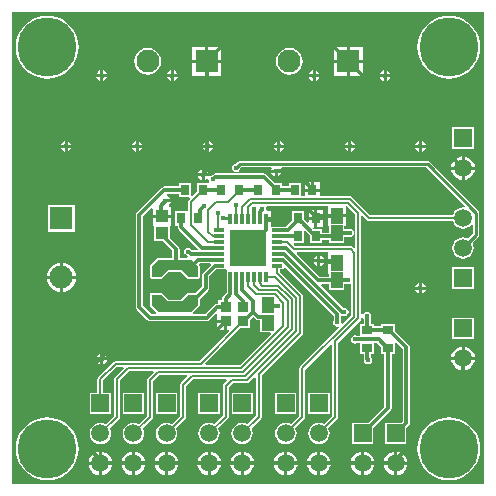
<source format=gtl>
G04*
G04 #@! TF.GenerationSoftware,Altium Limited,Altium Designer,21.7.2 (23)*
G04*
G04 Layer_Physical_Order=1*
G04 Layer_Color=255*
%FSLAX25Y25*%
%MOIN*%
G70*
G04*
G04 #@! TF.SameCoordinates,4C6A6D40-5D94-4475-8A21-F7F3A9D7BEC8*
G04*
G04*
G04 #@! TF.FilePolarity,Positive*
G04*
G01*
G75*
%ADD11C,0.01000*%
%ADD13C,0.00787*%
%ADD18R,0.03379X0.03174*%
%ADD19R,0.03985X0.05241*%
%ADD20R,0.03961X0.04351*%
%ADD21R,0.03568X0.03563*%
%ADD23C,0.04039*%
%ADD32R,0.01181X0.03268*%
%ADD33R,0.03268X0.01181*%
%ADD34R,0.12402X0.12402*%
%ADD35R,0.02756X0.03543*%
%ADD36R,0.03543X0.02756*%
%ADD37C,0.01181*%
%ADD38C,0.05906*%
%ADD39R,0.05906X0.05906*%
%ADD40C,0.07677*%
%ADD41R,0.07677X0.07677*%
%ADD42R,0.07677X0.07677*%
%ADD43C,0.19685*%
%ADD44C,0.01575*%
%ADD45C,0.02756*%
G36*
X157480Y0D02*
X0D01*
Y157480D01*
X157480D01*
Y0D01*
D02*
G37*
%LPC*%
G36*
X117044Y145783D02*
X112706D01*
Y141445D01*
X117044D01*
Y145783D01*
D02*
G37*
G36*
X111706D02*
X107367D01*
Y141445D01*
X111706D01*
Y145783D01*
D02*
G37*
G36*
X69799Y145783D02*
X65461D01*
Y141445D01*
X69799D01*
Y145783D01*
D02*
G37*
G36*
X64461D02*
X60122D01*
Y141445D01*
X64461D01*
Y145783D01*
D02*
G37*
G36*
X124909Y137943D02*
Y136721D01*
X126132D01*
X126093Y136918D01*
X125698Y137509D01*
X125107Y137904D01*
X124909Y137943D01*
D02*
G37*
G36*
X123909D02*
X123712Y137904D01*
X123121Y137509D01*
X122726Y136918D01*
X122687Y136721D01*
X123909D01*
Y137943D01*
D02*
G37*
G36*
X101287D02*
Y136721D01*
X102510D01*
X102471Y136918D01*
X102076Y137509D01*
X101485Y137904D01*
X101287Y137943D01*
D02*
G37*
G36*
X100287D02*
X100090Y137904D01*
X99499Y137509D01*
X99104Y136918D01*
X99064Y136721D01*
X100287D01*
Y137943D01*
D02*
G37*
G36*
X54043D02*
Y136721D01*
X55266D01*
X55227Y136918D01*
X54832Y137509D01*
X54241Y137904D01*
X54043Y137943D01*
D02*
G37*
G36*
X53043D02*
X52846Y137904D01*
X52255Y137509D01*
X51860Y136918D01*
X51820Y136721D01*
X53043D01*
Y137943D01*
D02*
G37*
G36*
X30421D02*
Y136721D01*
X31644D01*
X31605Y136918D01*
X31210Y137509D01*
X30619Y137904D01*
X30421Y137943D01*
D02*
G37*
G36*
X29421D02*
X29224Y137904D01*
X28633Y137509D01*
X28238Y136918D01*
X28198Y136721D01*
X29421D01*
Y137943D01*
D02*
G37*
G36*
X92521Y145412D02*
X91364Y145260D01*
X90287Y144814D01*
X89362Y144104D01*
X88652Y143179D01*
X88205Y142101D01*
X88053Y140945D01*
X88205Y139789D01*
X88652Y138711D01*
X89362Y137786D01*
X90287Y137076D01*
X91364Y136630D01*
X92521Y136478D01*
X93677Y136630D01*
X94754Y137076D01*
X95679Y137786D01*
X96390Y138711D01*
X96836Y139789D01*
X96988Y140945D01*
X96836Y142101D01*
X96390Y143179D01*
X95679Y144104D01*
X94754Y144814D01*
X93677Y145260D01*
X92521Y145412D01*
D02*
G37*
G36*
X45276Y145412D02*
X44119Y145260D01*
X43042Y144814D01*
X42117Y144104D01*
X41407Y143179D01*
X40960Y142101D01*
X40808Y140945D01*
X40960Y139789D01*
X41407Y138711D01*
X42117Y137786D01*
X43042Y137076D01*
X44119Y136630D01*
X45276Y136477D01*
X46432Y136630D01*
X47509Y137076D01*
X48434Y137786D01*
X49145Y138711D01*
X49591Y139789D01*
X49743Y140945D01*
X49591Y142101D01*
X49145Y143179D01*
X48434Y144104D01*
X47509Y144814D01*
X46432Y145260D01*
X45276Y145412D01*
D02*
G37*
G36*
X117044Y140445D02*
X112706D01*
Y136106D01*
X117044D01*
Y140445D01*
D02*
G37*
G36*
X111706D02*
X107367D01*
Y136106D01*
X111706D01*
Y140445D01*
D02*
G37*
G36*
X69799Y140445D02*
X65461D01*
Y136106D01*
X69799D01*
Y140445D01*
D02*
G37*
G36*
X64461D02*
X60122D01*
Y136106D01*
X64461D01*
Y140445D01*
D02*
G37*
G36*
X145669Y156135D02*
X144032Y156006D01*
X142435Y155622D01*
X140918Y154994D01*
X139518Y154136D01*
X138269Y153069D01*
X137203Y151821D01*
X136345Y150420D01*
X135716Y148903D01*
X135333Y147306D01*
X135204Y145669D01*
X135333Y144032D01*
X135716Y142435D01*
X136345Y140918D01*
X137203Y139518D01*
X138269Y138269D01*
X139518Y137203D01*
X140918Y136345D01*
X142435Y135716D01*
X144032Y135333D01*
X145669Y135204D01*
X147306Y135333D01*
X148903Y135716D01*
X150420Y136345D01*
X151821Y137203D01*
X153069Y138269D01*
X154136Y139518D01*
X154994Y140918D01*
X155622Y142435D01*
X156006Y144032D01*
X156135Y145669D01*
X156006Y147306D01*
X155622Y148903D01*
X154994Y150420D01*
X154136Y151821D01*
X153069Y153069D01*
X151821Y154136D01*
X150420Y154994D01*
X148903Y155622D01*
X147306Y156006D01*
X145669Y156135D01*
D02*
G37*
G36*
X11811D02*
X10174Y156006D01*
X8577Y155622D01*
X7060Y154994D01*
X5660Y154136D01*
X4411Y153069D01*
X3344Y151821D01*
X2486Y150420D01*
X1858Y148903D01*
X1474Y147306D01*
X1346Y145669D01*
X1474Y144032D01*
X1858Y142435D01*
X2486Y140918D01*
X3344Y139518D01*
X4411Y138269D01*
X5660Y137203D01*
X7060Y136345D01*
X8577Y135716D01*
X10174Y135333D01*
X11811Y135204D01*
X13448Y135333D01*
X15045Y135716D01*
X16562Y136345D01*
X17962Y137203D01*
X19211Y138269D01*
X20278Y139518D01*
X21136Y140918D01*
X21764Y142435D01*
X22148Y144032D01*
X22276Y145669D01*
X22148Y147306D01*
X21764Y148903D01*
X21136Y150420D01*
X20278Y151821D01*
X19211Y153069D01*
X17962Y154136D01*
X16562Y154994D01*
X15045Y155622D01*
X13448Y156006D01*
X11811Y156135D01*
D02*
G37*
G36*
X126132Y135721D02*
X124909D01*
Y134497D01*
X125107Y134537D01*
X125698Y134932D01*
X126093Y135523D01*
X126132Y135721D01*
D02*
G37*
G36*
X123909D02*
X122687D01*
X122726Y135523D01*
X123121Y134932D01*
X123712Y134537D01*
X123909Y134497D01*
Y135721D01*
D02*
G37*
G36*
X102510D02*
X101287D01*
Y134497D01*
X101485Y134537D01*
X102076Y134932D01*
X102471Y135523D01*
X102510Y135721D01*
D02*
G37*
G36*
X100287D02*
X99064D01*
X99104Y135523D01*
X99499Y134932D01*
X100090Y134537D01*
X100287Y134497D01*
Y135721D01*
D02*
G37*
G36*
X55266D02*
X54043D01*
Y134497D01*
X54241Y134537D01*
X54832Y134932D01*
X55227Y135523D01*
X55266Y135721D01*
D02*
G37*
G36*
X53043D02*
X51820D01*
X51860Y135523D01*
X52255Y134932D01*
X52846Y134537D01*
X53043Y134497D01*
Y135721D01*
D02*
G37*
G36*
X31644D02*
X30421D01*
Y134497D01*
X30619Y134537D01*
X31210Y134932D01*
X31605Y135523D01*
X31644Y135721D01*
D02*
G37*
G36*
X29421D02*
X28198D01*
X28238Y135523D01*
X28633Y134932D01*
X29224Y134537D01*
X29421Y134497D01*
Y135721D01*
D02*
G37*
G36*
X136721Y114321D02*
Y113099D01*
X137943D01*
X137904Y113296D01*
X137509Y113887D01*
X136918Y114282D01*
X136721Y114321D01*
D02*
G37*
G36*
X135721D02*
X135523Y114282D01*
X134932Y113887D01*
X134537Y113296D01*
X134497Y113099D01*
X135721D01*
Y114321D01*
D02*
G37*
G36*
X113099D02*
Y113099D01*
X114321D01*
X114282Y113296D01*
X113887Y113887D01*
X113296Y114282D01*
X113099Y114321D01*
D02*
G37*
G36*
X112099D02*
X111901Y114282D01*
X111310Y113887D01*
X110915Y113296D01*
X110875Y113099D01*
X112099D01*
Y114321D01*
D02*
G37*
G36*
X89476D02*
Y113099D01*
X90699D01*
X90660Y113296D01*
X90265Y113887D01*
X89674Y114282D01*
X89476Y114321D01*
D02*
G37*
G36*
X88476D02*
X88279Y114282D01*
X87688Y113887D01*
X87293Y113296D01*
X87253Y113099D01*
X88476D01*
Y114321D01*
D02*
G37*
G36*
X65854D02*
Y113099D01*
X67077D01*
X67038Y113296D01*
X66643Y113887D01*
X66052Y114282D01*
X65854Y114321D01*
D02*
G37*
G36*
X64854D02*
X64657Y114282D01*
X64066Y113887D01*
X63671Y113296D01*
X63631Y113099D01*
X64854D01*
Y114321D01*
D02*
G37*
G36*
X42232D02*
Y113099D01*
X43455D01*
X43416Y113296D01*
X43021Y113887D01*
X42430Y114282D01*
X42232Y114321D01*
D02*
G37*
G36*
X41232D02*
X41035Y114282D01*
X40444Y113887D01*
X40049Y113296D01*
X40009Y113099D01*
X41232D01*
Y114321D01*
D02*
G37*
G36*
X18610D02*
Y113099D01*
X19833D01*
X19794Y113296D01*
X19399Y113887D01*
X18808Y114282D01*
X18610Y114321D01*
D02*
G37*
G36*
X17610D02*
X17413Y114282D01*
X16822Y113887D01*
X16427Y113296D01*
X16387Y113099D01*
X17610D01*
Y114321D01*
D02*
G37*
G36*
X153937Y118898D02*
X146850D01*
Y111811D01*
X153937D01*
Y118898D01*
D02*
G37*
G36*
X137943Y112099D02*
X136721D01*
Y110875D01*
X136918Y110915D01*
X137509Y111310D01*
X137904Y111901D01*
X137943Y112099D01*
D02*
G37*
G36*
X135721D02*
X134497D01*
X134537Y111901D01*
X134932Y111310D01*
X135523Y110915D01*
X135721Y110875D01*
Y112099D01*
D02*
G37*
G36*
X114321D02*
X113099D01*
Y110875D01*
X113296Y110915D01*
X113887Y111310D01*
X114282Y111901D01*
X114321Y112099D01*
D02*
G37*
G36*
X112099D02*
X110875D01*
X110915Y111901D01*
X111310Y111310D01*
X111901Y110915D01*
X112099Y110875D01*
Y112099D01*
D02*
G37*
G36*
X90699D02*
X89476D01*
Y110875D01*
X89674Y110915D01*
X90265Y111310D01*
X90660Y111901D01*
X90699Y112099D01*
D02*
G37*
G36*
X88476D02*
X87253D01*
X87293Y111901D01*
X87688Y111310D01*
X88279Y110915D01*
X88476Y110875D01*
Y112099D01*
D02*
G37*
G36*
X67077D02*
X65854D01*
Y110875D01*
X66052Y110915D01*
X66643Y111310D01*
X67038Y111901D01*
X67077Y112099D01*
D02*
G37*
G36*
X64854D02*
X63631D01*
X63671Y111901D01*
X64066Y111310D01*
X64657Y110915D01*
X64854Y110875D01*
Y112099D01*
D02*
G37*
G36*
X43455D02*
X42232D01*
Y110875D01*
X42430Y110915D01*
X43021Y111310D01*
X43416Y111901D01*
X43455Y112099D01*
D02*
G37*
G36*
X41232D02*
X40009D01*
X40049Y111901D01*
X40444Y111310D01*
X41035Y110915D01*
X41232Y110875D01*
Y112099D01*
D02*
G37*
G36*
X19833D02*
X18610D01*
Y110875D01*
X18808Y110915D01*
X19399Y111310D01*
X19794Y111901D01*
X19833Y112099D01*
D02*
G37*
G36*
X17610D02*
X16387D01*
X16427Y111901D01*
X16822Y111310D01*
X17413Y110915D01*
X17610Y110875D01*
Y112099D01*
D02*
G37*
G36*
X138583Y107805D02*
X138583Y107805D01*
X76070D01*
X76070Y107805D01*
X75644Y107720D01*
X75284Y107479D01*
X75284Y107479D01*
X74701Y106896D01*
X74265Y106810D01*
X73810Y106505D01*
X73505Y106050D01*
X73398Y105512D01*
X73505Y104974D01*
X73810Y104518D01*
X74265Y104214D01*
X74803Y104107D01*
X75341Y104214D01*
X75797Y104518D01*
X76101Y104974D01*
X76145Y105196D01*
X76531Y105581D01*
X86344D01*
X86580Y105140D01*
X86505Y105028D01*
X86466Y104831D01*
X89912D01*
X89873Y105028D01*
X89798Y105140D01*
X90034Y105581D01*
X138122D01*
X150959Y92744D01*
X150726Y92270D01*
X150394Y92314D01*
X149469Y92192D01*
X148607Y91835D01*
X147867Y91267D01*
X147299Y90527D01*
X146974Y89744D01*
X119550D01*
X113505Y95788D01*
X113179Y96006D01*
X112795Y96082D01*
X102575D01*
Y97531D01*
X100197D01*
X97819D01*
Y96082D01*
X96260D01*
Y100394D01*
X92323D01*
Y99236D01*
X89961D01*
Y100394D01*
X87727D01*
X84907Y103214D01*
X84516Y103475D01*
X84055Y103567D01*
X84055Y103566D01*
X67818D01*
X67357Y103475D01*
X66966Y103214D01*
X66684Y102931D01*
X66391Y102873D01*
X66005Y102615D01*
X65914Y102650D01*
X64280D01*
Y101427D01*
X64477Y101466D01*
X65068Y101861D01*
X65073Y101868D01*
X65544Y101672D01*
X65524Y101575D01*
X65631Y101037D01*
X65687Y100954D01*
X65693Y100806D01*
X65321Y100398D01*
X65247Y100394D01*
X65097Y100394D01*
X61614D01*
Y97482D01*
X60146Y96014D01*
X59646Y96221D01*
Y100394D01*
X55709D01*
Y99236D01*
X50788D01*
X50787Y99236D01*
X50327Y99144D01*
X49936Y98883D01*
X49936Y98883D01*
X41668Y90615D01*
X41407Y90225D01*
X41315Y89764D01*
X41315Y89764D01*
Y59055D01*
X41315Y59055D01*
X41407Y58594D01*
X41668Y58204D01*
X45211Y54660D01*
X45211Y54660D01*
X45602Y54399D01*
X46063Y54308D01*
X46063Y54308D01*
X64961D01*
X64961Y54308D01*
X65421Y54399D01*
X65812Y54660D01*
X67976Y56824D01*
X68476Y56617D01*
Y54829D01*
X71260D01*
Y54329D01*
X71760D01*
Y51547D01*
X72309D01*
X72500Y51085D01*
X62577Y41161D01*
X34646D01*
X34262Y41085D01*
X33936Y40867D01*
X28818Y35749D01*
X28600Y35423D01*
X28524Y35039D01*
Y30472D01*
X25984D01*
Y23386D01*
X33071D01*
Y30472D01*
X30531D01*
Y34624D01*
X35061Y39154D01*
X37082D01*
X37273Y38692D01*
X34330Y35749D01*
X34112Y35423D01*
X34036Y35039D01*
Y22857D01*
X31236Y20057D01*
X30453Y20381D01*
X29528Y20503D01*
X28603Y20381D01*
X27741Y20024D01*
X27000Y19456D01*
X26432Y18716D01*
X26076Y17854D01*
X25954Y16929D01*
X26076Y16004D01*
X26432Y15142D01*
X27000Y14402D01*
X27741Y13834D01*
X28603Y13477D01*
X29528Y13355D01*
X30453Y13477D01*
X31315Y13834D01*
X32055Y14402D01*
X32623Y15142D01*
X32980Y16004D01*
X33101Y16929D01*
X32980Y17854D01*
X32655Y18638D01*
X35749Y21731D01*
X35967Y22057D01*
X36043Y22441D01*
Y34624D01*
X39195Y37776D01*
X47121D01*
X47312Y37314D01*
X45353Y35355D01*
X45136Y35030D01*
X45059Y34646D01*
Y22857D01*
X42260Y20057D01*
X41476Y20381D01*
X40551Y20503D01*
X39626Y20381D01*
X38764Y20024D01*
X38024Y19456D01*
X37456Y18716D01*
X37099Y17854D01*
X36977Y16929D01*
X37099Y16004D01*
X37456Y15142D01*
X38024Y14402D01*
X38764Y13834D01*
X39626Y13477D01*
X40551Y13355D01*
X41476Y13477D01*
X42338Y13834D01*
X43078Y14402D01*
X43646Y15142D01*
X44003Y16004D01*
X44125Y16929D01*
X44003Y17854D01*
X43679Y18638D01*
X46773Y21731D01*
X46990Y22057D01*
X47067Y22441D01*
Y34230D01*
X49235Y36398D01*
X58341D01*
X58533Y35936D01*
X56377Y33781D01*
X56160Y33455D01*
X56083Y33071D01*
Y22857D01*
X53283Y20057D01*
X52500Y20381D01*
X51575Y20503D01*
X50650Y20381D01*
X49788Y20024D01*
X49048Y19456D01*
X48480Y18716D01*
X48123Y17854D01*
X48001Y16929D01*
X48123Y16004D01*
X48480Y15142D01*
X49048Y14402D01*
X49788Y13834D01*
X50650Y13477D01*
X51575Y13355D01*
X52500Y13477D01*
X53362Y13834D01*
X54102Y14402D01*
X54670Y15142D01*
X55027Y16004D01*
X55149Y16929D01*
X55027Y17854D01*
X54702Y18638D01*
X57796Y21731D01*
X58014Y22057D01*
X58090Y22441D01*
Y32655D01*
X60455Y35020D01*
X71530D01*
X71722Y34558D01*
X70550Y33387D01*
X70333Y33061D01*
X70256Y32677D01*
Y22857D01*
X67456Y20057D01*
X66673Y20381D01*
X65748Y20503D01*
X64823Y20381D01*
X63961Y20024D01*
X63221Y19456D01*
X62653Y18716D01*
X62296Y17854D01*
X62174Y16929D01*
X62296Y16004D01*
X62653Y15142D01*
X63221Y14402D01*
X63961Y13834D01*
X64823Y13477D01*
X65748Y13355D01*
X66673Y13477D01*
X67535Y13834D01*
X68275Y14402D01*
X68843Y15142D01*
X69200Y16004D01*
X69322Y16929D01*
X69200Y17854D01*
X68876Y18638D01*
X71969Y21731D01*
X72187Y22057D01*
X72263Y22441D01*
Y32261D01*
X73644Y33642D01*
X78347D01*
X78730Y33718D01*
X79056Y33936D01*
X80818Y35698D01*
X81280Y35507D01*
Y22857D01*
X78480Y20057D01*
X77697Y20381D01*
X76772Y20503D01*
X75847Y20381D01*
X74985Y20024D01*
X74244Y19456D01*
X73677Y18716D01*
X73320Y17854D01*
X73198Y16929D01*
X73320Y16004D01*
X73677Y15142D01*
X74244Y14402D01*
X74985Y13834D01*
X75847Y13477D01*
X76772Y13355D01*
X77697Y13477D01*
X78559Y13834D01*
X79299Y14402D01*
X79867Y15142D01*
X80224Y16004D01*
X80345Y16929D01*
X80224Y17854D01*
X79899Y18638D01*
X82993Y21731D01*
X83211Y22057D01*
X83287Y22441D01*
Y36198D01*
X96773Y49684D01*
X96990Y50010D01*
X97066Y50394D01*
Y62778D01*
X96990Y63162D01*
X96773Y63487D01*
X89429Y70831D01*
Y71653D01*
X90650D01*
Y72149D01*
X91111Y72340D01*
X107260Y56191D01*
Y54615D01*
X107167Y54475D01*
X107060Y53937D01*
X107167Y53399D01*
X107471Y52944D01*
X107927Y52639D01*
X108465Y52532D01*
X108750Y52589D01*
X108996Y52128D01*
X96141Y39272D01*
X95923Y38947D01*
X95847Y38563D01*
Y22857D01*
X93047Y20057D01*
X92264Y20381D01*
X91339Y20503D01*
X90414Y20381D01*
X89552Y20024D01*
X88811Y19456D01*
X88244Y18716D01*
X87887Y17854D01*
X87765Y16929D01*
X87887Y16004D01*
X88244Y15142D01*
X88811Y14402D01*
X89552Y13834D01*
X90414Y13477D01*
X91339Y13355D01*
X92264Y13477D01*
X93125Y13834D01*
X93866Y14402D01*
X94434Y15142D01*
X94791Y16004D01*
X94912Y16929D01*
X94791Y17854D01*
X94466Y18638D01*
X97560Y21731D01*
X97777Y22057D01*
X97854Y22441D01*
Y38147D01*
X106409Y46702D01*
X106870Y46510D01*
Y22857D01*
X104071Y20057D01*
X103287Y20381D01*
X102362Y20503D01*
X101437Y20381D01*
X100575Y20024D01*
X99835Y19456D01*
X99267Y18716D01*
X98910Y17854D01*
X98788Y16929D01*
X98910Y16004D01*
X99267Y15142D01*
X99835Y14402D01*
X100575Y13834D01*
X101437Y13477D01*
X102362Y13355D01*
X103287Y13477D01*
X104149Y13834D01*
X104889Y14402D01*
X105457Y15142D01*
X105814Y16004D01*
X105936Y16929D01*
X105814Y17854D01*
X105490Y18638D01*
X108584Y21731D01*
X108801Y22057D01*
X108878Y22441D01*
Y47222D01*
X116261Y54605D01*
X116478Y54931D01*
X116550Y55293D01*
X116644Y55329D01*
X117055Y55394D01*
X117300Y55100D01*
Y53347D01*
X116142D01*
Y49433D01*
X115048D01*
X114908Y49526D01*
X114370Y49633D01*
X113832Y49526D01*
X113377Y49222D01*
X113072Y48766D01*
X112965Y48228D01*
X113072Y47691D01*
X113377Y47235D01*
X113832Y46930D01*
X114370Y46823D01*
X114908Y46930D01*
X115048Y47024D01*
X116142D01*
Y43504D01*
X117300D01*
Y41642D01*
X117300Y41642D01*
X117328Y41500D01*
X117296Y41339D01*
X117403Y40801D01*
X117707Y40345D01*
X118163Y40041D01*
X118701Y39934D01*
X119238Y40041D01*
X119694Y40345D01*
X119999Y40801D01*
X120106Y41339D01*
X119999Y41876D01*
X119708Y42311D01*
Y43504D01*
X120866D01*
Y47024D01*
X121745D01*
X123031Y45738D01*
Y43504D01*
X124189D01*
Y25892D01*
X118769Y20472D01*
X113386D01*
Y13386D01*
X120472D01*
Y18769D01*
X126245Y24542D01*
X126245Y24542D01*
X126506Y24933D01*
X126598Y25394D01*
X126598Y25394D01*
Y43504D01*
X127756D01*
Y46999D01*
X128256Y47206D01*
X130292Y45171D01*
Y20971D01*
X129793Y20472D01*
X124409D01*
Y13386D01*
X131496D01*
Y18769D01*
X132348Y19621D01*
X132348Y19621D01*
X132609Y20012D01*
X132700Y20472D01*
X132700Y20472D01*
Y45669D01*
X132700Y45669D01*
X132609Y46130D01*
X132348Y46521D01*
X127756Y51113D01*
Y53347D01*
X123031D01*
Y52582D01*
X120866D01*
Y53347D01*
X119708D01*
Y55799D01*
X119680Y55941D01*
X119712Y56102D01*
X119605Y56640D01*
X119300Y57096D01*
X118845Y57400D01*
X118307Y57507D01*
X117769Y57400D01*
X117314Y57096D01*
X117055Y56708D01*
X116779Y56717D01*
X116555Y56792D01*
Y89247D01*
X117017Y89438D01*
X118424Y88031D01*
X118750Y87813D01*
X119134Y87737D01*
X146974D01*
X147299Y86953D01*
X147867Y86213D01*
X148607Y85645D01*
X149469Y85288D01*
X150394Y85166D01*
X151319Y85288D01*
X152181Y85645D01*
X152921Y86213D01*
X153112Y86463D01*
X153612Y86293D01*
Y83531D01*
X151994Y81913D01*
X151319Y82192D01*
X150394Y82314D01*
X149469Y82192D01*
X148607Y81835D01*
X147867Y81267D01*
X147299Y80527D01*
X146942Y79665D01*
X146820Y78740D01*
X146942Y77815D01*
X147299Y76953D01*
X147867Y76213D01*
X148607Y75645D01*
X149469Y75288D01*
X150394Y75166D01*
X151319Y75288D01*
X152181Y75645D01*
X152921Y76213D01*
X153489Y76953D01*
X153846Y77815D01*
X153968Y78740D01*
X153846Y79665D01*
X153566Y80340D01*
X155511Y82285D01*
X155511Y82285D01*
X155752Y82645D01*
X155836Y83071D01*
Y90551D01*
X155836Y90551D01*
X155752Y90977D01*
X155511Y91337D01*
X139369Y107479D01*
X139008Y107720D01*
X138583Y107805D01*
D02*
G37*
G36*
X150894Y109275D02*
Y105854D01*
X154315D01*
X154245Y106386D01*
X153846Y107348D01*
X153213Y108174D01*
X152387Y108807D01*
X151426Y109205D01*
X150894Y109275D01*
D02*
G37*
G36*
X149894D02*
X149362Y109205D01*
X148400Y108807D01*
X147575Y108174D01*
X146941Y107348D01*
X146543Y106386D01*
X146473Y105854D01*
X149894D01*
Y109275D01*
D02*
G37*
G36*
X64280Y104873D02*
Y103650D01*
X65503D01*
X65463Y103847D01*
X65068Y104438D01*
X64477Y104833D01*
X64280Y104873D01*
D02*
G37*
G36*
X63279D02*
X63082Y104833D01*
X62491Y104438D01*
X62096Y103847D01*
X62057Y103650D01*
X63279D01*
Y104873D01*
D02*
G37*
G36*
X89912Y103831D02*
X88689D01*
Y102608D01*
X88886Y102647D01*
X89478Y103042D01*
X89873Y103633D01*
X89912Y103831D01*
D02*
G37*
G36*
X87689D02*
X86466D01*
X86505Y103633D01*
X86900Y103042D01*
X87492Y102647D01*
X87689Y102608D01*
Y103831D01*
D02*
G37*
G36*
X154315Y104854D02*
X150894D01*
Y101433D01*
X151426Y101503D01*
X152387Y101902D01*
X153213Y102535D01*
X153846Y103361D01*
X154245Y104323D01*
X154315Y104854D01*
D02*
G37*
G36*
X149894D02*
X146473D01*
X146543Y104323D01*
X146941Y103361D01*
X147575Y102535D01*
X148400Y101902D01*
X149362Y101503D01*
X149894Y101433D01*
Y104854D01*
D02*
G37*
G36*
X63279Y102650D02*
X62057D01*
X62096Y102452D01*
X62491Y101861D01*
X63082Y101466D01*
X63279Y101427D01*
Y102650D01*
D02*
G37*
G36*
X102575Y100803D02*
X100697D01*
Y98532D01*
X102575D01*
Y100803D01*
D02*
G37*
G36*
X99697D02*
X97819D01*
Y98532D01*
X99697D01*
Y100803D01*
D02*
G37*
G36*
X20965Y93013D02*
X12106D01*
Y84154D01*
X20965D01*
Y93013D01*
D02*
G37*
G36*
X17035Y73713D02*
Y69399D01*
X21350D01*
X21249Y70162D01*
X20762Y71339D01*
X19986Y72350D01*
X18976Y73125D01*
X17798Y73613D01*
X17035Y73713D01*
D02*
G37*
G36*
X16035D02*
X15272Y73613D01*
X14095Y73125D01*
X13084Y72350D01*
X12309Y71339D01*
X11821Y70162D01*
X11721Y69399D01*
X16035D01*
Y73713D01*
D02*
G37*
G36*
X136721Y67077D02*
Y65854D01*
X137943D01*
X137904Y66052D01*
X137509Y66643D01*
X136918Y67038D01*
X136721Y67077D01*
D02*
G37*
G36*
X135721D02*
X135523Y67038D01*
X134932Y66643D01*
X134537Y66052D01*
X134497Y65854D01*
X135721D01*
Y67077D01*
D02*
G37*
G36*
X153937Y72284D02*
X146850D01*
Y65197D01*
X153937D01*
Y72284D01*
D02*
G37*
G36*
X21350Y68399D02*
X17035D01*
Y64084D01*
X17798Y64185D01*
X18976Y64672D01*
X19986Y65448D01*
X20762Y66458D01*
X21249Y67636D01*
X21350Y68399D01*
D02*
G37*
G36*
X16035D02*
X11721D01*
X11821Y67636D01*
X12309Y66458D01*
X13084Y65448D01*
X14095Y64672D01*
X15272Y64185D01*
X16035Y64084D01*
Y68399D01*
D02*
G37*
G36*
X137943Y64854D02*
X136721D01*
Y63631D01*
X136918Y63671D01*
X137509Y64066D01*
X137904Y64657D01*
X137943Y64854D01*
D02*
G37*
G36*
X135721D02*
X134497D01*
X134537Y64657D01*
X134932Y64066D01*
X135523Y63671D01*
X135721Y63631D01*
Y64854D01*
D02*
G37*
G36*
X70760Y53829D02*
X68476D01*
Y51547D01*
X70760D01*
Y53829D01*
D02*
G37*
G36*
X153937Y55512D02*
X146850D01*
Y48425D01*
X153937D01*
Y55512D01*
D02*
G37*
G36*
X150894Y45889D02*
Y42469D01*
X154315D01*
X154245Y43000D01*
X153846Y43962D01*
X153213Y44788D01*
X152387Y45421D01*
X151426Y45820D01*
X150894Y45889D01*
D02*
G37*
G36*
X149894D02*
X149362Y45820D01*
X148400Y45421D01*
X147575Y44788D01*
X146941Y43962D01*
X146543Y43000D01*
X146473Y42469D01*
X149894D01*
Y45889D01*
D02*
G37*
G36*
X30421Y43455D02*
Y42232D01*
X31644D01*
X31605Y42430D01*
X31210Y43021D01*
X30619Y43416D01*
X30421Y43455D01*
D02*
G37*
G36*
X29421D02*
X29224Y43416D01*
X28633Y43021D01*
X28238Y42430D01*
X28198Y42232D01*
X29421D01*
Y43455D01*
D02*
G37*
G36*
X31644Y41232D02*
X30421D01*
Y40009D01*
X30619Y40049D01*
X31210Y40444D01*
X31605Y41035D01*
X31644Y41232D01*
D02*
G37*
G36*
X29421D02*
X28198D01*
X28238Y41035D01*
X28633Y40444D01*
X29224Y40049D01*
X29421Y40009D01*
Y41232D01*
D02*
G37*
G36*
X154315Y41469D02*
X150894D01*
Y38048D01*
X151426Y38118D01*
X152387Y38516D01*
X153213Y39149D01*
X153846Y39975D01*
X154245Y40937D01*
X154315Y41469D01*
D02*
G37*
G36*
X149894D02*
X146473D01*
X146543Y40937D01*
X146941Y39975D01*
X147575Y39149D01*
X148400Y38516D01*
X149362Y38118D01*
X149894Y38048D01*
Y41469D01*
D02*
G37*
G36*
X105905Y30472D02*
X98819D01*
Y23386D01*
X105905D01*
Y30472D01*
D02*
G37*
G36*
X94882D02*
X87795D01*
Y23386D01*
X94882D01*
Y30472D01*
D02*
G37*
G36*
X80315D02*
X73228D01*
Y23386D01*
X80315D01*
Y30472D01*
D02*
G37*
G36*
X69291D02*
X62205D01*
Y23386D01*
X69291D01*
Y30472D01*
D02*
G37*
G36*
X55118D02*
X48031D01*
Y23386D01*
X55118D01*
Y30472D01*
D02*
G37*
G36*
X44094D02*
X37008D01*
Y23386D01*
X44094D01*
Y30472D01*
D02*
G37*
G36*
X128453Y10850D02*
Y7429D01*
X131874D01*
X131804Y7961D01*
X131405Y8923D01*
X130772Y9748D01*
X129946Y10382D01*
X128985Y10780D01*
X128453Y10850D01*
D02*
G37*
G36*
X91839D02*
Y7429D01*
X95260D01*
X95190Y7961D01*
X94791Y8923D01*
X94158Y9748D01*
X93332Y10382D01*
X92370Y10780D01*
X91839Y10850D01*
D02*
G37*
G36*
X127453D02*
X126921Y10780D01*
X125959Y10382D01*
X125134Y9748D01*
X124500Y8923D01*
X124102Y7961D01*
X124032Y7429D01*
X127453D01*
Y10850D01*
D02*
G37*
G36*
X90839D02*
X90307Y10780D01*
X89345Y10382D01*
X88519Y9748D01*
X87886Y8923D01*
X87488Y7961D01*
X87418Y7429D01*
X90839D01*
Y10850D01*
D02*
G37*
G36*
X66248D02*
Y7429D01*
X69669D01*
X69599Y7961D01*
X69201Y8923D01*
X68567Y9748D01*
X67742Y10382D01*
X66780Y10780D01*
X66248Y10850D01*
D02*
G37*
G36*
X52075D02*
Y7429D01*
X55496D01*
X55426Y7961D01*
X55028Y8923D01*
X54394Y9748D01*
X53568Y10382D01*
X52607Y10780D01*
X52075Y10850D01*
D02*
G37*
G36*
X41051D02*
Y7429D01*
X44472D01*
X44402Y7961D01*
X44004Y8923D01*
X43370Y9748D01*
X42545Y10382D01*
X41583Y10780D01*
X41051Y10850D01*
D02*
G37*
G36*
X30028D02*
Y7429D01*
X33449D01*
X33379Y7961D01*
X32980Y8923D01*
X32347Y9748D01*
X31521Y10382D01*
X30559Y10780D01*
X30028Y10850D01*
D02*
G37*
G36*
X102862D02*
Y7429D01*
X106283D01*
X106213Y7961D01*
X105815Y8923D01*
X105181Y9748D01*
X104356Y10382D01*
X103394Y10780D01*
X102862Y10850D01*
D02*
G37*
G36*
X101862D02*
X101330Y10780D01*
X100369Y10382D01*
X99543Y9748D01*
X98909Y8923D01*
X98511Y7961D01*
X98441Y7429D01*
X101862D01*
Y10850D01*
D02*
G37*
G36*
X65248D02*
X64716Y10780D01*
X63755Y10382D01*
X62929Y9748D01*
X62295Y8923D01*
X61897Y7961D01*
X61827Y7429D01*
X65248D01*
Y10850D01*
D02*
G37*
G36*
X51075D02*
X50543Y10780D01*
X49581Y10382D01*
X48756Y9748D01*
X48122Y8923D01*
X47724Y7961D01*
X47654Y7429D01*
X51075D01*
Y10850D01*
D02*
G37*
G36*
X40051D02*
X39519Y10780D01*
X38558Y10382D01*
X37732Y9748D01*
X37099Y8923D01*
X36700Y7961D01*
X36630Y7429D01*
X40051D01*
Y10850D01*
D02*
G37*
G36*
X29028D02*
X28496Y10780D01*
X27534Y10382D01*
X26708Y9748D01*
X26075Y8923D01*
X25677Y7961D01*
X25607Y7429D01*
X29028D01*
Y10850D01*
D02*
G37*
G36*
X117429D02*
Y7429D01*
X120850D01*
X120780Y7961D01*
X120382Y8923D01*
X119748Y9748D01*
X118923Y10382D01*
X117961Y10780D01*
X117429Y10850D01*
D02*
G37*
G36*
X77272D02*
Y7429D01*
X80693D01*
X80623Y7961D01*
X80224Y8923D01*
X79591Y9748D01*
X78765Y10382D01*
X77803Y10780D01*
X77272Y10850D01*
D02*
G37*
G36*
X116429D02*
X115897Y10780D01*
X114936Y10382D01*
X114110Y9748D01*
X113476Y8923D01*
X113078Y7961D01*
X113008Y7429D01*
X116429D01*
Y10850D01*
D02*
G37*
G36*
X76272D02*
X75740Y10780D01*
X74778Y10382D01*
X73953Y9748D01*
X73319Y8923D01*
X72921Y7961D01*
X72851Y7429D01*
X76272D01*
Y10850D01*
D02*
G37*
G36*
X131874Y6429D02*
X128453D01*
Y3008D01*
X128985Y3078D01*
X129946Y3476D01*
X130772Y4110D01*
X131405Y4936D01*
X131804Y5897D01*
X131874Y6429D01*
D02*
G37*
G36*
X95260D02*
X91839D01*
Y3008D01*
X92370Y3078D01*
X93332Y3476D01*
X94158Y4110D01*
X94791Y4936D01*
X95190Y5897D01*
X95260Y6429D01*
D02*
G37*
G36*
X116429Y6429D02*
X113008D01*
X113078Y5897D01*
X113476Y4936D01*
X114110Y4110D01*
X114936Y3476D01*
X115897Y3078D01*
X116429Y3008D01*
Y6429D01*
D02*
G37*
G36*
X76272D02*
X72851D01*
X72921Y5897D01*
X73319Y4936D01*
X73953Y4110D01*
X74778Y3476D01*
X75740Y3078D01*
X76272Y3008D01*
Y6429D01*
D02*
G37*
G36*
X106283Y6429D02*
X102862D01*
Y3008D01*
X103394Y3078D01*
X104356Y3476D01*
X105181Y4110D01*
X105815Y4936D01*
X106213Y5897D01*
X106283Y6429D01*
D02*
G37*
G36*
X69669D02*
X66248D01*
Y3008D01*
X66780Y3078D01*
X67742Y3476D01*
X68567Y4110D01*
X69201Y4936D01*
X69599Y5897D01*
X69669Y6429D01*
D02*
G37*
G36*
X55496D02*
X52075D01*
Y3008D01*
X52607Y3078D01*
X53568Y3476D01*
X54394Y4110D01*
X55028Y4936D01*
X55426Y5897D01*
X55496Y6429D01*
D02*
G37*
G36*
X33449D02*
X30028D01*
Y3008D01*
X30559Y3078D01*
X31521Y3476D01*
X32347Y4110D01*
X32980Y4936D01*
X33379Y5897D01*
X33449Y6429D01*
D02*
G37*
G36*
X44472D02*
X41051D01*
Y3008D01*
X41583Y3078D01*
X42545Y3476D01*
X43370Y4110D01*
X44004Y4936D01*
X44402Y5897D01*
X44472Y6429D01*
D02*
G37*
G36*
X101862D02*
X98441D01*
X98511Y5897D01*
X98909Y4936D01*
X99543Y4110D01*
X100369Y3476D01*
X101330Y3078D01*
X101862Y3008D01*
Y6429D01*
D02*
G37*
G36*
X65248D02*
X61827D01*
X61897Y5897D01*
X62295Y4936D01*
X62929Y4110D01*
X63755Y3476D01*
X64716Y3078D01*
X65248Y3008D01*
Y6429D01*
D02*
G37*
G36*
X51075D02*
X47654D01*
X47724Y5897D01*
X48122Y4936D01*
X48756Y4110D01*
X49581Y3476D01*
X50543Y3078D01*
X51075Y3008D01*
Y6429D01*
D02*
G37*
G36*
X40051D02*
X36630D01*
X36700Y5897D01*
X37099Y4936D01*
X37732Y4110D01*
X38558Y3476D01*
X39519Y3078D01*
X40051Y3008D01*
Y6429D01*
D02*
G37*
G36*
X29028D02*
X25607D01*
X25677Y5897D01*
X26075Y4936D01*
X26708Y4110D01*
X27534Y3476D01*
X28496Y3078D01*
X29028Y3008D01*
Y6429D01*
D02*
G37*
G36*
X120850Y6429D02*
X117429D01*
Y3008D01*
X117961Y3078D01*
X118923Y3476D01*
X119748Y4110D01*
X120382Y4936D01*
X120780Y5897D01*
X120850Y6429D01*
D02*
G37*
G36*
X80693D02*
X77272D01*
Y3008D01*
X77803Y3078D01*
X78765Y3476D01*
X79591Y4110D01*
X80224Y4936D01*
X80623Y5897D01*
X80693Y6429D01*
D02*
G37*
G36*
X127453Y6429D02*
X124032D01*
X124102Y5897D01*
X124500Y4936D01*
X125134Y4110D01*
X125959Y3476D01*
X126921Y3078D01*
X127453Y3008D01*
Y6429D01*
D02*
G37*
G36*
X90839D02*
X87418D01*
X87488Y5897D01*
X87886Y4936D01*
X88519Y4110D01*
X89345Y3476D01*
X90307Y3078D01*
X90839Y3008D01*
Y6429D01*
D02*
G37*
G36*
X145669Y22276D02*
X144032Y22148D01*
X142435Y21764D01*
X140918Y21136D01*
X139518Y20278D01*
X138269Y19211D01*
X137203Y17962D01*
X136345Y16562D01*
X135716Y15045D01*
X135333Y13448D01*
X135204Y11811D01*
X135333Y10174D01*
X135716Y8577D01*
X136345Y7060D01*
X137203Y5660D01*
X138269Y4411D01*
X139518Y3344D01*
X140918Y2486D01*
X142435Y1858D01*
X144032Y1474D01*
X145669Y1346D01*
X147306Y1474D01*
X148903Y1858D01*
X150420Y2486D01*
X151821Y3344D01*
X153069Y4411D01*
X154136Y5660D01*
X154994Y7060D01*
X155622Y8577D01*
X156006Y10174D01*
X156135Y11811D01*
X156006Y13448D01*
X155622Y15045D01*
X154994Y16562D01*
X154136Y17962D01*
X153069Y19211D01*
X151821Y20278D01*
X150420Y21136D01*
X148903Y21764D01*
X147306Y22148D01*
X145669Y22276D01*
D02*
G37*
G36*
X11811D02*
X10174Y22148D01*
X8577Y21764D01*
X7060Y21136D01*
X5660Y20278D01*
X4411Y19211D01*
X3344Y17962D01*
X2486Y16562D01*
X1858Y15045D01*
X1474Y13448D01*
X1346Y11811D01*
X1474Y10174D01*
X1858Y8577D01*
X2486Y7060D01*
X3344Y5660D01*
X4411Y4411D01*
X5660Y3344D01*
X7060Y2486D01*
X8577Y1858D01*
X10174Y1474D01*
X11811Y1346D01*
X13448Y1474D01*
X15045Y1858D01*
X16562Y2486D01*
X17962Y3344D01*
X19211Y4411D01*
X20278Y5660D01*
X21136Y7060D01*
X21764Y8577D01*
X22148Y10174D01*
X22276Y11811D01*
X22148Y13448D01*
X21764Y15045D01*
X21136Y16562D01*
X20278Y17962D01*
X19211Y19211D01*
X17962Y20278D01*
X16562Y21136D01*
X15045Y21764D01*
X13448Y22148D01*
X11811Y22276D01*
D02*
G37*
%LPD*%
G36*
X114548Y89939D02*
Y78863D01*
X114086Y78672D01*
X113702Y79056D01*
X113376Y79274D01*
X112992Y79350D01*
X94462D01*
X93997Y79815D01*
X94204Y80315D01*
X97441D01*
Y84258D01*
X97903Y84449D01*
X99345Y83007D01*
X99410Y82964D01*
Y80315D01*
X103347D01*
Y81473D01*
X105685D01*
Y80488D01*
X110851D01*
Y82494D01*
X112332D01*
X112332Y82494D01*
X112362Y82500D01*
X112598Y82453D01*
X113136Y82560D01*
X113592Y82865D01*
X113896Y83321D01*
X114003Y83858D01*
X113896Y84396D01*
X113592Y84852D01*
X113136Y85156D01*
X112598Y85263D01*
X112061Y85156D01*
X111682Y84903D01*
X110851D01*
Y85909D01*
X111260D01*
Y89030D01*
X108268D01*
X105275D01*
Y85909D01*
X105685D01*
Y83881D01*
X103347D01*
Y85039D01*
X100753D01*
X100497Y85354D01*
X100695Y85811D01*
X100878D01*
Y88083D01*
X99000D01*
Y87411D01*
X98538Y87220D01*
X97505Y88253D01*
X97441Y88296D01*
Y90945D01*
X93504D01*
Y87924D01*
X91430Y85850D01*
X88425D01*
X88309Y85827D01*
X86236D01*
Y87925D01*
X84646D01*
Y88925D01*
X86236D01*
Y91059D01*
X85228D01*
X84835Y91559D01*
X84869Y91732D01*
X84777Y92197D01*
X84953Y92626D01*
X84991Y92697D01*
X105275D01*
Y90030D01*
X108268D01*
X111260D01*
Y92697D01*
X111789D01*
X114548Y89939D01*
D02*
G37*
G36*
X55709Y95669D02*
X59094D01*
X59301Y95169D01*
X58936Y94804D01*
X58719Y94478D01*
X58642Y94095D01*
Y91248D01*
X58268Y90945D01*
X54331D01*
Y86221D01*
X55292D01*
Y85731D01*
X55292Y85731D01*
X55383Y85270D01*
X55645Y84880D01*
X62086Y78438D01*
X61895Y77976D01*
X60251D01*
X60163Y78064D01*
X60156Y78097D01*
X59852Y78553D01*
X59396Y78857D01*
X58858Y78964D01*
X58321Y78857D01*
X57865Y78553D01*
X57560Y78097D01*
X57453Y77559D01*
X57560Y77021D01*
X57865Y76566D01*
X58321Y76261D01*
X58580Y76209D01*
X58752Y75927D01*
X58518Y75442D01*
X55929D01*
Y78347D01*
X55837Y78807D01*
X55576Y79198D01*
X55576Y79198D01*
X52571Y82203D01*
Y86197D01*
X52981D01*
Y88872D01*
X50000D01*
X47019D01*
Y86197D01*
X47429D01*
Y81090D01*
X50278D01*
X53520Y77848D01*
Y75442D01*
X48839D01*
X48836Y75441D01*
X48833Y75442D01*
X48610Y75348D01*
X48387Y75255D01*
X48385Y75252D01*
X48382Y75251D01*
X46217Y73046D01*
X46127Y72822D01*
X46034Y72598D01*
Y69095D01*
X46221Y68642D01*
X46673Y68455D01*
X49724D01*
X49947Y68547D01*
X50171Y68637D01*
X52327Y70739D01*
X56335D01*
X58491Y68637D01*
X58714Y68547D01*
X58937Y68455D01*
X61988D01*
X62440Y68642D01*
X62627Y69095D01*
Y72598D01*
X62535Y72821D01*
X62444Y73046D01*
X62321Y73172D01*
X62602Y73599D01*
X66124D01*
X66316Y73137D01*
X63715Y70537D01*
X63454Y70146D01*
X63363Y69685D01*
X63363Y69685D01*
Y65910D01*
X61281Y63828D01*
X58937D01*
X58714Y63736D01*
X58491Y63647D01*
X56335Y61545D01*
X52327D01*
X50171Y63647D01*
X49947Y63736D01*
X49724Y63828D01*
X46673D01*
X46221Y63641D01*
X46034Y63189D01*
Y59685D01*
X46126Y59462D01*
X46217Y59237D01*
X48202Y57216D01*
X47992Y56716D01*
X46562D01*
X43724Y59554D01*
Y89265D01*
X46519Y92060D01*
X47019Y91853D01*
Y89872D01*
X50000D01*
X52981D01*
Y92548D01*
X52394D01*
X52242Y93048D01*
X52470Y93199D01*
X52865Y93791D01*
X52904Y93988D01*
X51181D01*
Y94988D01*
X52904D01*
X52865Y95186D01*
X52470Y95777D01*
X51901Y96157D01*
X51876Y96179D01*
X51692Y96719D01*
X51771Y96827D01*
X55709D01*
Y95669D01*
D02*
G37*
G36*
X105275Y74282D02*
X108268D01*
Y73282D01*
X105275D01*
Y70161D01*
X105685D01*
Y69155D01*
X102714D01*
X94988Y76881D01*
X95179Y77343D01*
X105275D01*
Y74282D01*
D02*
G37*
G36*
X61988Y72598D02*
Y69095D01*
X58937D01*
X56595Y71378D01*
X52067D01*
X49724Y69095D01*
X46673D01*
Y72598D01*
X48839Y74803D01*
X59823D01*
X61988Y72598D01*
D02*
G37*
G36*
X113098Y66622D02*
X113170Y66584D01*
Y56301D01*
X110274Y53405D01*
X109813Y53651D01*
X109870Y53937D01*
X109763Y54475D01*
X109669Y54615D01*
Y56046D01*
X110169Y56263D01*
X110289Y56182D01*
X110827Y56075D01*
X111364Y56182D01*
X111820Y56487D01*
X112125Y56943D01*
X112232Y57480D01*
X112125Y58018D01*
X111820Y58474D01*
X111364Y58778D01*
X110827Y58885D01*
X110536Y58827D01*
X103079Y66285D01*
X103270Y66746D01*
X105685D01*
Y64740D01*
X110851D01*
Y66746D01*
X111939D01*
X111939Y66746D01*
X111968Y66752D01*
X112205Y66705D01*
X112670Y66798D01*
X113098Y66622D01*
D02*
G37*
G36*
X61988Y59685D02*
X59823Y57480D01*
X48839D01*
X46673Y59685D01*
Y63189D01*
X49724D01*
X52067Y60905D01*
X56595D01*
X58937Y63189D01*
X61988D01*
Y59685D01*
D02*
G37*
G36*
X71280Y71653D02*
X71539Y71539D01*
X71653Y71280D01*
X71653D01*
Y69172D01*
X71630Y69055D01*
Y63885D01*
X70408Y62663D01*
X70147Y62272D01*
X70056Y61811D01*
X69755Y61430D01*
X68885D01*
Y60152D01*
X68396D01*
X67935Y60060D01*
X67545Y59799D01*
X67545Y59799D01*
X64462Y56716D01*
X60669D01*
X60459Y57216D01*
X62444Y59237D01*
X62535Y59461D01*
X62627Y59685D01*
Y61768D01*
X65418Y64559D01*
X65418Y64559D01*
X65680Y64950D01*
X65771Y65411D01*
X65771Y65411D01*
Y69186D01*
X68215Y71630D01*
X69055D01*
X69172Y71653D01*
X71280D01*
Y71653D01*
D02*
G37*
G36*
X81325Y54956D02*
X81325Y54956D01*
X81716Y54694D01*
X82177Y54603D01*
X82850D01*
Y50567D01*
X86154D01*
X86346Y50105D01*
X76024Y39783D01*
X64690D01*
X64499Y40245D01*
X76305Y52051D01*
X79445D01*
Y54702D01*
X80512Y55769D01*
X81325Y54956D01*
D02*
G37*
%LPC*%
G36*
X103756Y91354D02*
X101878D01*
Y89083D01*
X103756D01*
Y91354D01*
D02*
G37*
G36*
X100878D02*
X99000D01*
Y89083D01*
X100878D01*
Y91354D01*
D02*
G37*
G36*
X103756Y88083D02*
X101878D01*
Y85811D01*
X103756D01*
Y88083D01*
D02*
G37*
G36*
X102862Y76132D02*
Y74910D01*
X104085D01*
X104046Y75107D01*
X103651Y75698D01*
X103060Y76093D01*
X102862Y76132D01*
D02*
G37*
G36*
X101862D02*
X101665Y76093D01*
X101074Y75698D01*
X100679Y75107D01*
X100639Y74910D01*
X101862D01*
Y76132D01*
D02*
G37*
G36*
X104085Y73909D02*
X102862D01*
Y72686D01*
X103060Y72726D01*
X103651Y73121D01*
X104046Y73712D01*
X104085Y73909D01*
D02*
G37*
G36*
X101862D02*
X100639D01*
X100679Y73712D01*
X101074Y73121D01*
X101665Y72726D01*
X101862Y72686D01*
Y73909D01*
D02*
G37*
%LPD*%
D11*
X70472Y88583D02*
X72744D01*
X72835Y88425D02*
Y88492D01*
X72744Y88583D02*
X72835Y88492D01*
X138583Y106693D02*
X154724Y90551D01*
X76070Y106693D02*
X138583D01*
X154724Y83071D02*
Y90551D01*
X74889Y105512D02*
X76070Y106693D01*
X74803Y105512D02*
X74889D01*
X150394Y78740D02*
X154724Y83071D01*
D13*
X68701Y84842D02*
Y90535D01*
X68898Y84646D02*
X69055D01*
X68701Y84842D02*
X68898Y84646D01*
X65551Y84055D02*
Y91535D01*
X67963Y93947D02*
X72096D01*
X65551Y91535D02*
X67963Y93947D01*
X74803Y88425D02*
Y92913D01*
X59646Y86417D02*
Y94095D01*
X65257Y80806D02*
X68958D01*
X59646Y86417D02*
X65257Y80806D01*
X59646Y94095D02*
X63583Y98032D01*
X65551Y84055D02*
X66929Y82677D01*
X69055D01*
X68958Y80806D02*
X69055Y80709D01*
X62992Y40157D02*
X77063Y54228D01*
X77165D01*
X78740Y66142D02*
X81496Y63386D01*
X78740Y69055D02*
X78837Y68958D01*
X81496Y63386D02*
X87660D01*
X78740Y66142D02*
Y69055D01*
X80709Y66535D02*
Y69055D01*
X82480Y64764D02*
X88231D01*
X80709Y66535D02*
X82480Y64764D01*
X94046Y78347D02*
X112992D01*
X114173Y55886D02*
Y77165D01*
X115551Y55315D02*
Y90354D01*
X107874Y22441D02*
Y47638D01*
X96850Y38563D02*
X114173Y55886D01*
X91684Y80709D02*
X94046Y78347D01*
X107874Y47638D02*
X115551Y55315D01*
X112992Y78347D02*
X114173Y77165D01*
X96850Y22441D02*
Y38563D01*
X112205Y93701D02*
X115551Y90354D01*
X94685Y50984D02*
Y62207D01*
X88802Y66142D02*
X92323Y62621D01*
X88425Y70416D02*
Y72835D01*
X84646Y69055D02*
X87837D01*
X87660Y63386D02*
X90551Y60495D01*
X87837Y69055D02*
X94685Y62207D01*
X88425Y70416D02*
X96063Y62778D01*
X88231Y64764D02*
X90945Y62050D01*
X83465Y66142D02*
X88802D01*
X96063Y50394D02*
Y62778D01*
X82677Y66929D02*
X83465Y66142D01*
X88425Y80709D02*
X91684D01*
X91929Y52320D02*
Y61066D01*
X93307Y51749D02*
Y61636D01*
X92323Y50765D02*
X93307Y51749D01*
X78347Y34646D02*
X94685Y50984D01*
X90945Y62050D02*
X91929Y61066D01*
X90945Y51336D02*
X91929Y52320D01*
X76440Y38780D02*
X90551Y52891D01*
Y60495D01*
X92323Y62621D02*
X93307Y61636D01*
X82284Y36614D02*
X96063Y50394D01*
X77581Y36024D02*
X92323Y50765D01*
X77011Y37402D02*
X90945Y51336D01*
X34646Y40157D02*
X62992D01*
X82677Y66929D02*
Y69055D01*
X38780Y38780D02*
X76440D01*
X48819Y37402D02*
X77011D01*
X35039Y35039D02*
X38780Y38780D01*
X46063Y34646D02*
X48819Y37402D01*
X29528Y35039D02*
X34646Y40157D01*
X57087Y33071D02*
X60039Y36024D01*
X77581D01*
X29528Y26929D02*
Y35039D01*
X35039Y22441D02*
Y35039D01*
X79351Y95079D02*
X112795D01*
X119134Y88740D02*
X150394D01*
X112795Y95079D02*
X119134Y88740D01*
X76772Y92500D02*
X79351Y95079D01*
X78740Y92520D02*
X79921Y93701D01*
X112205D01*
X78740Y90093D02*
Y92520D01*
X82677Y88425D02*
X82684Y88432D01*
X72096Y93947D02*
X75787Y97638D01*
X76772Y88425D02*
Y92500D01*
X91339Y16929D02*
X96850Y22441D01*
X102362Y16929D02*
X107874Y22441D01*
X57087Y22441D02*
Y33071D01*
X51575Y16929D02*
X57087Y22441D01*
X46063D02*
Y34646D01*
X40551Y16929D02*
X46063Y22441D01*
X71260Y32677D02*
X73228Y34646D01*
X65748Y16929D02*
X71260Y22441D01*
Y32677D01*
X82284Y22441D02*
Y36614D01*
X73228Y34646D02*
X78347D01*
X76772Y16929D02*
X82284Y22441D01*
X29528Y16929D02*
X35039Y22441D01*
D18*
X77165Y54228D02*
D03*
Y59158D02*
D03*
D19*
X85433Y53777D02*
D03*
Y59608D02*
D03*
X108268Y73782D02*
D03*
Y67951D02*
D03*
Y89530D02*
D03*
Y83699D02*
D03*
D20*
X50000Y83856D02*
D03*
Y89372D02*
D03*
D21*
X71260Y59057D02*
D03*
Y54329D02*
D03*
D23*
X58956Y59799D02*
D03*
Y72484D02*
D03*
D32*
X72835Y69055D02*
D03*
X74803D02*
D03*
X76772D02*
D03*
X78740D02*
D03*
X80709D02*
D03*
X82677D02*
D03*
X84646D02*
D03*
Y88425D02*
D03*
X82677D02*
D03*
X80709D02*
D03*
X78740D02*
D03*
X76772D02*
D03*
X74803D02*
D03*
X72835D02*
D03*
D33*
X88425Y72835D02*
D03*
Y74803D02*
D03*
Y76772D02*
D03*
Y78740D02*
D03*
Y80709D02*
D03*
Y82677D02*
D03*
Y84646D02*
D03*
X69055D02*
D03*
Y82677D02*
D03*
Y80709D02*
D03*
Y78740D02*
D03*
Y76772D02*
D03*
Y74803D02*
D03*
Y72835D02*
D03*
D34*
X78740Y78740D02*
D03*
D35*
X56299Y88583D02*
D03*
X62205D02*
D03*
X57677Y98032D02*
D03*
X63583D02*
D03*
X101378Y88583D02*
D03*
X95473D02*
D03*
X101378Y82677D02*
D03*
X95473D02*
D03*
X100197Y98032D02*
D03*
X94291D02*
D03*
X87992D02*
D03*
X82087D02*
D03*
X75787D02*
D03*
X69882D02*
D03*
D36*
X125394Y51378D02*
D03*
Y45472D02*
D03*
X118504Y51378D02*
D03*
Y45472D02*
D03*
D37*
X82677Y90838D02*
X83465Y91626D01*
X80709Y88425D02*
Y91732D01*
X82677Y88425D02*
Y90838D01*
X83465Y91626D02*
Y91732D01*
X62723Y88905D02*
Y91357D01*
X62402Y88583D02*
X62723Y88905D01*
Y91357D02*
X63976Y92610D01*
Y92716D01*
X56496Y85731D02*
X63487Y78740D01*
X69055D01*
X56496Y85731D02*
Y88583D01*
X58965Y77559D02*
X59752Y76772D01*
X69055D01*
X58858Y77559D02*
X58965D01*
X84031Y55807D02*
X85433Y54405D01*
X82177Y55807D02*
X84031D01*
X80512Y57472D02*
X82177Y55807D01*
X85433Y53777D02*
Y54405D01*
X77268Y54228D02*
X80512Y57472D01*
X77165Y54228D02*
X77268D01*
X80512Y57472D02*
Y61024D01*
X76772Y64764D02*
X80512Y61024D01*
X76772Y64764D02*
Y69055D01*
X84983Y54228D02*
X85433Y53777D01*
X77165Y59158D02*
Y61024D01*
X85433Y59608D02*
X85593Y59449D01*
X88779D01*
X118701Y41339D02*
Y41445D01*
X118504Y41642D02*
Y45472D01*
Y41642D02*
X118701Y41445D01*
X110751Y57556D02*
X110827Y57480D01*
X90888Y76772D02*
X110104Y57556D01*
X110751D01*
X90351Y74803D02*
X108465Y56690D01*
Y53937D02*
Y56690D01*
X88425Y74803D02*
X90351D01*
X114370Y48228D02*
X122244D01*
X125000Y45472D02*
X125394D01*
X122244Y48228D02*
X125000Y45472D01*
X118307Y55996D02*
X118504Y55799D01*
Y51378D02*
Y55799D01*
X118307Y55996D02*
Y56102D01*
X88425Y76772D02*
X90888D01*
X125787Y51378D02*
X131496Y45669D01*
X127953Y16929D02*
X131496Y20472D01*
Y45669D01*
X125394Y51378D02*
X125787D01*
X118504D02*
X125394D01*
X116929Y16929D02*
X125394Y25394D01*
Y45472D01*
X91425Y78740D02*
X102215Y67951D01*
X108268D02*
X111939D01*
X102215D02*
X108268D01*
X88425Y78740D02*
X91425D01*
X133858Y18110D02*
X150394Y34646D01*
X133858Y14113D02*
Y18110D01*
X127953Y8208D02*
X133858Y14113D01*
X100197Y98032D02*
Y98425D01*
X94291Y104331D02*
X100197Y98425D01*
X88189Y104331D02*
X94291D01*
X63779Y103150D02*
Y103543D01*
X64961Y104724D01*
Y140945D01*
X49606Y89923D02*
X50000Y89530D01*
X49606Y89923D02*
Y92807D01*
X51181Y94382D02*
Y94488D01*
X49606Y92807D02*
X51181Y94382D01*
X107640Y74410D02*
X108268Y73782D01*
X102362Y74410D02*
X107640D01*
X84646Y84646D02*
Y88189D01*
X87008D01*
X101378Y88742D02*
Y88976D01*
Y88583D02*
Y88742D01*
X84646Y88189D02*
Y88425D01*
X87008Y88189D02*
X90551Y91732D01*
X98622D02*
X101378Y88976D01*
X90551Y91732D02*
X98622D01*
X83071Y83071D02*
X84646Y84646D01*
X24409Y13326D02*
Y36614D01*
Y13326D02*
X29528Y8208D01*
X24409Y36614D02*
X31102Y43307D01*
X29528Y6929D02*
Y8208D01*
X71258Y54329D02*
X71260D01*
X60236Y43307D02*
X71258Y54329D01*
X31102Y43307D02*
X60236D01*
X127953Y6929D02*
Y8208D01*
X150394Y34646D02*
Y41969D01*
X131173Y121978D02*
X133770D01*
X150394Y105354D01*
X112206Y140945D02*
X131173Y121978D01*
X107186Y145965D02*
X112206Y140945D01*
X64961Y140945D02*
X69980Y145965D01*
X107186D01*
X116929Y6929D02*
X127953D01*
X102362D02*
X116929D01*
X91339D02*
X102362D01*
X76772D02*
X91339D01*
X65748D02*
X76772D01*
X51575D02*
X65748D01*
X40551D02*
X51575D01*
X29528D02*
X40551D01*
X101378Y88742D02*
X102165Y89530D01*
X108268D01*
X118504Y45472D02*
X118504Y45472D01*
X68396Y58947D02*
X71150D01*
X64961Y55512D02*
X68396Y58947D01*
X46063Y55512D02*
X64961D01*
X112098Y68110D02*
X112205D01*
X111939Y67951D02*
X112098Y68110D01*
X50787Y98032D02*
X57677D01*
X42520Y89764D02*
X50787Y98032D01*
X42520Y59055D02*
Y89764D01*
Y59055D02*
X46063Y55512D01*
X71150Y58947D02*
X71260Y59057D01*
X112492Y83858D02*
X112598D01*
X108268Y83699D02*
X112332D01*
X112492Y83858D01*
X84055Y102362D02*
X87992Y98425D01*
X67818Y102362D02*
X84055D01*
X66929Y101575D02*
X67031D01*
X67818Y102362D01*
X87992Y98032D02*
Y98425D01*
X75787Y97638D02*
X76181Y98032D01*
X63583Y97638D02*
X63976Y98032D01*
X69882D01*
X76181D02*
X82087D01*
X87992D02*
X94291D01*
X64567Y69685D02*
X67716Y72835D01*
X69055D01*
X64567Y65411D02*
Y69685D01*
X58956Y59799D02*
X64567Y65411D01*
X54724Y73527D02*
X55220Y73031D01*
X50000Y83071D02*
X54724Y78347D01*
Y73527D02*
Y78347D01*
X50000Y83071D02*
Y83699D01*
X58956Y72484D02*
X59679D01*
X61998Y74803D01*
X69055D01*
X74803Y63386D02*
X77165Y61024D01*
X74803Y63386D02*
Y69055D01*
X71260Y59057D02*
Y61811D01*
X72835Y63386D02*
Y69055D01*
X71260Y61811D02*
X72835Y63386D01*
X107246Y82677D02*
X108268Y83699D01*
X101378Y82677D02*
X107246D01*
X100197Y83858D02*
X100591D01*
X96260Y87402D02*
X96654D01*
X101378Y82677D02*
Y83071D01*
X96654Y87402D02*
X100197Y83858D01*
X100591D02*
X101378Y83071D01*
X95473Y88189D02*
X96260Y87402D01*
X95473Y88189D02*
Y88583D01*
X88425Y84646D02*
X91929D01*
X95473Y88189D01*
X94291Y82677D02*
X94291Y82677D01*
X88425Y82677D02*
X94291D01*
X55220Y73031D02*
X58409D01*
X58956Y72484D01*
D38*
X116929Y6929D02*
D03*
X127953D02*
D03*
X102362D02*
D03*
Y16929D02*
D03*
X91339Y6929D02*
D03*
Y16929D02*
D03*
X76772Y6929D02*
D03*
Y16929D02*
D03*
X65748Y6929D02*
D03*
Y16929D02*
D03*
X51575Y6929D02*
D03*
Y16929D02*
D03*
X40551Y6929D02*
D03*
Y16929D02*
D03*
X29528Y6929D02*
D03*
Y16929D02*
D03*
X150394Y88740D02*
D03*
Y78740D02*
D03*
X150394Y41969D02*
D03*
Y105354D02*
D03*
D39*
X116929Y16929D02*
D03*
X127953D02*
D03*
X102362Y26929D02*
D03*
X91339D02*
D03*
X76772D02*
D03*
X65748D02*
D03*
X51575D02*
D03*
X40551D02*
D03*
X29528D02*
D03*
X150394Y68740D02*
D03*
X150394Y51968D02*
D03*
Y115354D02*
D03*
D40*
X16535Y68899D02*
D03*
X92521Y140945D02*
D03*
X45276Y140945D02*
D03*
D41*
X16535Y88584D02*
D03*
D42*
X112206Y140945D02*
D03*
X64961Y140945D02*
D03*
D43*
X11811Y11811D02*
D03*
X145669Y145669D02*
D03*
X11811D02*
D03*
X145669Y11811D02*
D03*
D44*
X136221Y112599D02*
D03*
Y65354D02*
D03*
X124409Y136221D02*
D03*
X112599Y112599D02*
D03*
X100787Y136221D02*
D03*
X88976Y112599D02*
D03*
X65354D02*
D03*
X53543Y136221D02*
D03*
X41732Y112599D02*
D03*
X29921Y136221D02*
D03*
X18110Y112599D02*
D03*
X29921Y41732D02*
D03*
X68701Y90535D02*
D03*
X70472Y88583D02*
D03*
X83465Y91732D02*
D03*
X80709D02*
D03*
X74803Y92913D02*
D03*
X63976Y92716D02*
D03*
X58858Y77559D02*
D03*
X88779Y59449D02*
D03*
X118701Y41339D02*
D03*
X110827Y57480D02*
D03*
X108465Y53937D02*
D03*
X114370Y48228D02*
D03*
X118307Y56102D02*
D03*
X88189Y104331D02*
D03*
X63779Y103150D02*
D03*
X51181Y94488D02*
D03*
X102362Y74410D02*
D03*
X112205Y68110D02*
D03*
X74803Y105512D02*
D03*
X112598Y83858D02*
D03*
X66929Y101575D02*
D03*
D45*
X74410Y74410D02*
D03*
Y83071D02*
D03*
X78740Y78740D02*
D03*
X83071Y74410D02*
D03*
Y83071D02*
D03*
M02*

</source>
